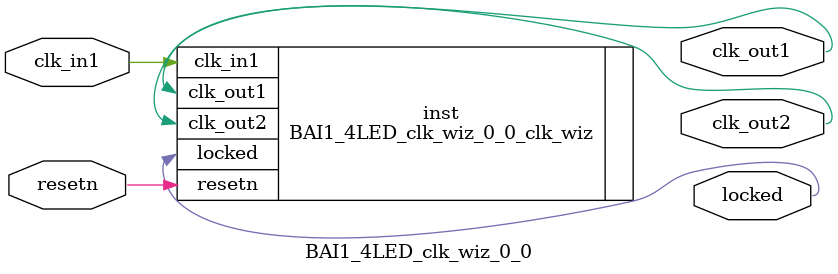
<source format=v>


`timescale 1ps/1ps

(* CORE_GENERATION_INFO = "BAI1_4LED_clk_wiz_0_0,clk_wiz_v6_0_11_0_0,{component_name=BAI1_4LED_clk_wiz_0_0,use_phase_alignment=true,use_min_o_jitter=false,use_max_i_jitter=false,use_dyn_phase_shift=false,use_inclk_switchover=false,use_dyn_reconfig=false,enable_axi=0,feedback_source=FDBK_AUTO,PRIMITIVE=MMCM,num_out_clk=2,clkin1_period=10.000,clkin2_period=10.000,use_power_down=false,use_reset=true,use_locked=true,use_inclk_stopped=false,feedback_type=SINGLE,CLOCK_MGR_TYPE=NA,manual_override=false}" *)

module BAI1_4LED_clk_wiz_0_0 
 (
  // Clock out ports
  output        clk_out1,
  output        clk_out2,
  // Status and control signals
  input         resetn,
  output        locked,
 // Clock in ports
  input         clk_in1
 );

  BAI1_4LED_clk_wiz_0_0_clk_wiz inst
  (
  // Clock out ports  
  .clk_out1(clk_out1),
  .clk_out2(clk_out2),
  // Status and control signals               
  .resetn(resetn), 
  .locked(locked),
 // Clock in ports
  .clk_in1(clk_in1)
  );

endmodule

</source>
